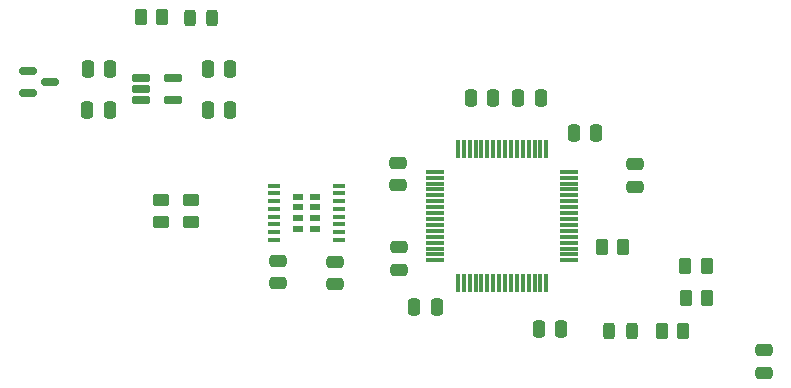
<source format=gbr>
%TF.GenerationSoftware,KiCad,Pcbnew,9.0.2*%
%TF.CreationDate,2025-06-19T19:06:17-05:00*%
%TF.ProjectId,balance_bot,62616c61-6e63-4655-9f62-6f742e6b6963,rev?*%
%TF.SameCoordinates,Original*%
%TF.FileFunction,Paste,Top*%
%TF.FilePolarity,Positive*%
%FSLAX46Y46*%
G04 Gerber Fmt 4.6, Leading zero omitted, Abs format (unit mm)*
G04 Created by KiCad (PCBNEW 9.0.2) date 2025-06-19 19:06:17*
%MOMM*%
%LPD*%
G01*
G04 APERTURE LIST*
G04 Aperture macros list*
%AMRoundRect*
0 Rectangle with rounded corners*
0 $1 Rounding radius*
0 $2 $3 $4 $5 $6 $7 $8 $9 X,Y pos of 4 corners*
0 Add a 4 corners polygon primitive as box body*
4,1,4,$2,$3,$4,$5,$6,$7,$8,$9,$2,$3,0*
0 Add four circle primitives for the rounded corners*
1,1,$1+$1,$2,$3*
1,1,$1+$1,$4,$5*
1,1,$1+$1,$6,$7*
1,1,$1+$1,$8,$9*
0 Add four rect primitives between the rounded corners*
20,1,$1+$1,$2,$3,$4,$5,0*
20,1,$1+$1,$4,$5,$6,$7,0*
20,1,$1+$1,$6,$7,$8,$9,0*
20,1,$1+$1,$8,$9,$2,$3,0*%
G04 Aperture macros list end*
%ADD10RoundRect,0.250000X0.262500X0.450000X-0.262500X0.450000X-0.262500X-0.450000X0.262500X-0.450000X0*%
%ADD11RoundRect,0.243750X0.243750X0.456250X-0.243750X0.456250X-0.243750X-0.456250X0.243750X-0.456250X0*%
%ADD12R,0.882000X0.537000*%
%ADD13R,1.050000X0.450000*%
%ADD14RoundRect,0.250000X-0.250000X-0.475000X0.250000X-0.475000X0.250000X0.475000X-0.250000X0.475000X0*%
%ADD15RoundRect,0.250000X0.450000X-0.262500X0.450000X0.262500X-0.450000X0.262500X-0.450000X-0.262500X0*%
%ADD16RoundRect,0.250000X0.475000X-0.250000X0.475000X0.250000X-0.475000X0.250000X-0.475000X-0.250000X0*%
%ADD17RoundRect,0.250000X-0.475000X0.250000X-0.475000X-0.250000X0.475000X-0.250000X0.475000X0.250000X0*%
%ADD18RoundRect,0.250000X0.250000X0.475000X-0.250000X0.475000X-0.250000X-0.475000X0.250000X-0.475000X0*%
%ADD19RoundRect,0.162500X-0.617500X-0.162500X0.617500X-0.162500X0.617500X0.162500X-0.617500X0.162500X0*%
%ADD20RoundRect,0.250000X-0.262500X-0.450000X0.262500X-0.450000X0.262500X0.450000X-0.262500X0.450000X0*%
%ADD21RoundRect,0.150000X-0.587500X-0.150000X0.587500X-0.150000X0.587500X0.150000X-0.587500X0.150000X0*%
%ADD22RoundRect,0.243750X-0.243750X-0.456250X0.243750X-0.456250X0.243750X0.456250X-0.243750X0.456250X0*%
%ADD23RoundRect,0.075000X-0.075000X0.700000X-0.075000X-0.700000X0.075000X-0.700000X0.075000X0.700000X0*%
%ADD24RoundRect,0.075000X-0.700000X0.075000X-0.700000X-0.075000X0.700000X-0.075000X0.700000X0.075000X0*%
G04 APERTURE END LIST*
D10*
%TO.C,R7*%
X163576000Y-109601000D03*
X161751000Y-109601000D03*
%TD*%
D11*
%TO.C,D2*%
X159207200Y-109575600D03*
X157332200Y-109575600D03*
%TD*%
D12*
%TO.C,U4*%
X132400000Y-100897500D03*
X132400000Y-100002500D03*
X132400000Y-99107500D03*
X132400000Y-98212500D03*
X130930000Y-100897500D03*
X130930000Y-100002500D03*
X130930000Y-99107500D03*
X130930000Y-98212500D03*
D13*
X134440000Y-97280000D03*
X134440000Y-97930000D03*
X134440000Y-98580000D03*
X134440000Y-99230000D03*
X134440000Y-99880000D03*
X134440000Y-100530000D03*
X134440000Y-101180000D03*
X134440000Y-101830000D03*
X128890000Y-101830000D03*
X128890000Y-101180000D03*
X128890000Y-100530000D03*
X128890000Y-99880000D03*
X128890000Y-99230000D03*
X128890000Y-98580000D03*
X128890000Y-97930000D03*
X128890000Y-97280000D03*
%TD*%
D14*
%TO.C,C2*%
X140790000Y-107500000D03*
X142690000Y-107500000D03*
%TD*%
D15*
%TO.C,R5*%
X119380000Y-100330000D03*
X119380000Y-98505000D03*
%TD*%
%TO.C,R1*%
X121920000Y-100330000D03*
X121920000Y-98505000D03*
%TD*%
D16*
%TO.C,C6*%
X139500000Y-102500000D03*
X139500000Y-104400000D03*
%TD*%
%TO.C,C15*%
X134112000Y-103698000D03*
X134112000Y-105598000D03*
%TD*%
D17*
%TO.C,C14*%
X129286000Y-105532000D03*
X129286000Y-103632000D03*
%TD*%
D18*
%TO.C,C5*%
X151363600Y-109397800D03*
X153263600Y-109397800D03*
%TD*%
D16*
%TO.C,C7*%
X139446000Y-97216000D03*
X139446000Y-95316000D03*
%TD*%
D19*
%TO.C,U6*%
X117696000Y-88138000D03*
X117696000Y-89088000D03*
X117696000Y-90038000D03*
X120396000Y-90038000D03*
X120396000Y-88138000D03*
%TD*%
D10*
%TO.C,R6*%
X119483500Y-83002000D03*
X117658500Y-83002000D03*
%TD*%
D20*
%TO.C,R4*%
X156675000Y-102500000D03*
X158500000Y-102500000D03*
%TD*%
%TO.C,R3*%
X163757600Y-104089200D03*
X165582600Y-104089200D03*
%TD*%
%TO.C,R2*%
X163781100Y-106756200D03*
X165606100Y-106756200D03*
%TD*%
D21*
%TO.C,Q1*%
X108062500Y-87550000D03*
X108062500Y-89450000D03*
X109937500Y-88500000D03*
%TD*%
D22*
%TO.C,D1*%
X121823000Y-83058000D03*
X123698000Y-83058000D03*
%TD*%
D14*
%TO.C,C13*%
X123322000Y-87376000D03*
X125222000Y-87376000D03*
%TD*%
%TO.C,C12*%
X123322000Y-90876000D03*
X125222000Y-90876000D03*
%TD*%
D18*
%TO.C,C11*%
X115062000Y-87376000D03*
X113162000Y-87376000D03*
%TD*%
%TO.C,C10*%
X115012000Y-90876000D03*
X113112000Y-90876000D03*
%TD*%
%TO.C,C9*%
X147500000Y-89840000D03*
X145600000Y-89840000D03*
%TD*%
%TO.C,C8*%
X151500000Y-89840000D03*
X149600000Y-89840000D03*
%TD*%
D17*
%TO.C,C4*%
X159500000Y-95440000D03*
X159500000Y-97340000D03*
%TD*%
D14*
%TO.C,C3*%
X154290000Y-92840000D03*
X156190000Y-92840000D03*
%TD*%
D16*
%TO.C,C1*%
X170408600Y-113116400D03*
X170408600Y-111216400D03*
%TD*%
D23*
%TO.C,U1*%
X151990000Y-94165000D03*
X151490000Y-94165000D03*
X150990000Y-94165000D03*
X150490000Y-94165000D03*
X149990000Y-94165000D03*
X149490000Y-94165000D03*
X148990000Y-94165000D03*
X148490000Y-94165000D03*
X147990000Y-94165000D03*
X147490000Y-94165000D03*
X146990000Y-94165000D03*
X146490000Y-94165000D03*
X145990000Y-94165000D03*
X145490000Y-94165000D03*
X144990000Y-94165000D03*
X144490000Y-94165000D03*
D24*
X142565000Y-96090000D03*
X142565000Y-96590000D03*
X142565000Y-97090000D03*
X142565000Y-97590000D03*
X142565000Y-98090000D03*
X142565000Y-98590000D03*
X142565000Y-99090000D03*
X142565000Y-99590000D03*
X142565000Y-100090000D03*
X142565000Y-100590000D03*
X142565000Y-101090000D03*
X142565000Y-101590000D03*
X142565000Y-102090000D03*
X142565000Y-102590000D03*
X142565000Y-103090000D03*
X142565000Y-103590000D03*
D23*
X144490000Y-105515000D03*
X144990000Y-105515000D03*
X145490000Y-105515000D03*
X145990000Y-105515000D03*
X146490000Y-105515000D03*
X146990000Y-105515000D03*
X147490000Y-105515000D03*
X147990000Y-105515000D03*
X148490000Y-105515000D03*
X148990000Y-105515000D03*
X149490000Y-105515000D03*
X149990000Y-105515000D03*
X150490000Y-105515000D03*
X150990000Y-105515000D03*
X151490000Y-105515000D03*
X151990000Y-105515000D03*
D24*
X153915000Y-103590000D03*
X153915000Y-103090000D03*
X153915000Y-102590000D03*
X153915000Y-102090000D03*
X153915000Y-101590000D03*
X153915000Y-101090000D03*
X153915000Y-100590000D03*
X153915000Y-100090000D03*
X153915000Y-99590000D03*
X153915000Y-99090000D03*
X153915000Y-98590000D03*
X153915000Y-98090000D03*
X153915000Y-97590000D03*
X153915000Y-97090000D03*
X153915000Y-96590000D03*
X153915000Y-96090000D03*
%TD*%
M02*

</source>
